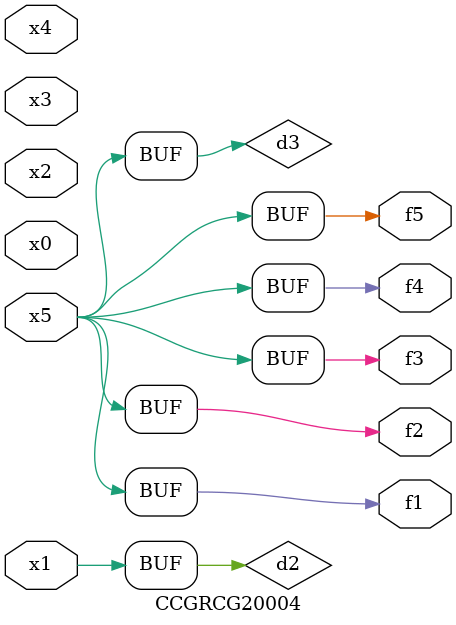
<source format=v>
module CCGRCG20004(
	input x0, x1, x2, x3, x4, x5,
	output f1, f2, f3, f4, f5
);

	wire d1, d2, d3;

	not (d1, x5);
	or (d2, x1);
	xnor (d3, d1);
	assign f1 = d3;
	assign f2 = d3;
	assign f3 = d3;
	assign f4 = d3;
	assign f5 = d3;
endmodule

</source>
